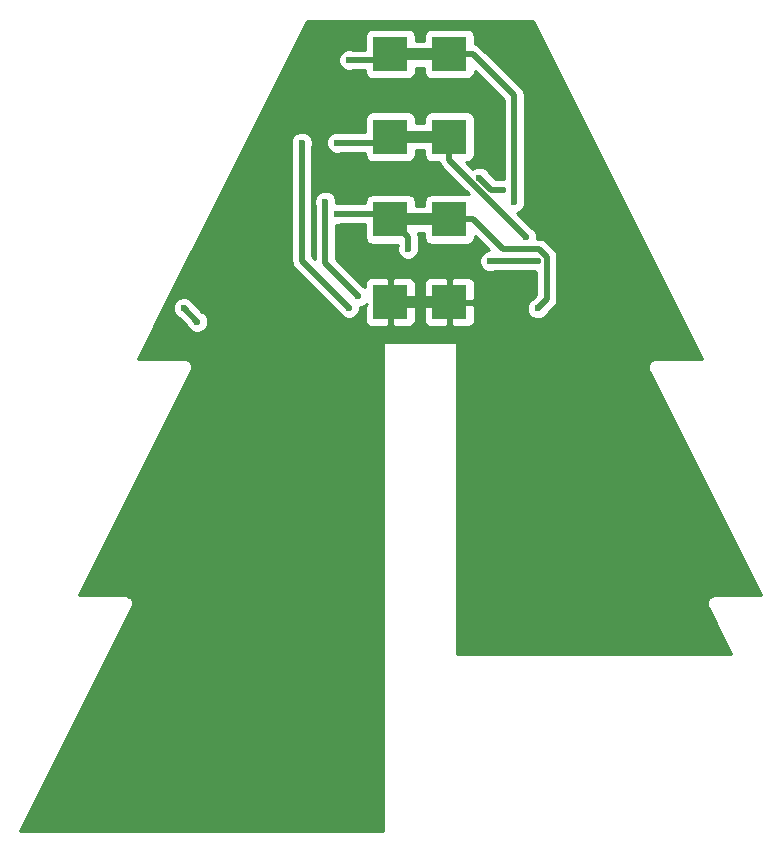
<source format=gbl>
G04 #@! TF.FileFunction,Copper,L2,Bot,Signal*
%FSLAX46Y46*%
G04 Gerber Fmt 4.6, Leading zero omitted, Abs format (unit mm)*
G04 Created by KiCad (PCBNEW 4.0.0-rc1-stable) date 19/10/2016 22:39:26*
%MOMM*%
G01*
G04 APERTURE LIST*
%ADD10C,0.100000*%
%ADD11R,3.000000X3.000000*%
%ADD12C,0.600000*%
%ADD13C,1.000000*%
%ADD14C,0.500000*%
%ADD15C,0.254000*%
G04 APERTURE END LIST*
D10*
D11*
X57500000Y-103500000D03*
X57500000Y-110500000D03*
X57500000Y-117500000D03*
X57500000Y-124500000D03*
X62500000Y-124500000D03*
X62500000Y-117500000D03*
X62500000Y-110500000D03*
X62500000Y-103500000D03*
D12*
X57500000Y-127200000D03*
X62500000Y-127200000D03*
X38600000Y-128600000D03*
X43800000Y-117400000D03*
X33700000Y-148800000D03*
X83700000Y-148200000D03*
X81000000Y-127800000D03*
X74700000Y-115300000D03*
X41142837Y-126142837D03*
X40000000Y-125000000D03*
X50000000Y-111000000D03*
X54000000Y-125000000D03*
X68000000Y-116000000D03*
X54000000Y-104000000D03*
X52000000Y-116000000D03*
X54799989Y-124000000D03*
X69000000Y-119000000D03*
X53000000Y-111000000D03*
X59000000Y-120000000D03*
X69982163Y-125017837D03*
X53000000Y-117000000D03*
X65030337Y-113969663D03*
X67000000Y-115000000D03*
X65950000Y-121030337D03*
X70000000Y-121000000D03*
D13*
X57500000Y-124500000D02*
X62500000Y-124500000D01*
D14*
X40000000Y-125000000D02*
X41142837Y-126142837D01*
X54000000Y-125000000D02*
X50000000Y-121000000D01*
X50000000Y-121000000D02*
X50000000Y-111000000D01*
X68000000Y-116000000D02*
X68000000Y-107000000D01*
X68000000Y-107000000D02*
X64500000Y-103500000D01*
X64500000Y-103500000D02*
X62500000Y-103500000D01*
X54000000Y-104000000D02*
X57000000Y-104000000D01*
X57000000Y-104000000D02*
X57500000Y-103500000D01*
D13*
X57500000Y-103500000D02*
X62500000Y-103500000D01*
D14*
X54799989Y-124000000D02*
X52000000Y-121200011D01*
X52000000Y-121200011D02*
X52000000Y-116000000D01*
X69000000Y-119000000D02*
X62500000Y-112500000D01*
X62500000Y-112500000D02*
X62500000Y-110500000D01*
X53000000Y-111000000D02*
X57000000Y-111000000D01*
X57000000Y-111000000D02*
X57500000Y-110500000D01*
D13*
X57500000Y-110500000D02*
X62500000Y-110500000D01*
D14*
X59000000Y-120000000D02*
X59000000Y-119000000D01*
X59000000Y-119000000D02*
X57500000Y-117500000D01*
X67000000Y-120000000D02*
X64500000Y-117500000D01*
X64500000Y-117500000D02*
X62500000Y-117500000D01*
X70110002Y-120000000D02*
X67000000Y-120000000D01*
X69982163Y-125017837D02*
X70750001Y-124249999D01*
X70750001Y-124249999D02*
X70750001Y-120639999D01*
X70750001Y-120639999D02*
X70110002Y-120000000D01*
X53000000Y-117000000D02*
X57000000Y-117000000D01*
X57000000Y-117000000D02*
X57500000Y-117500000D01*
D13*
X57500000Y-117500000D02*
X62500000Y-117500000D01*
D14*
X67000000Y-115000000D02*
X66060674Y-115000000D01*
X66060674Y-115000000D02*
X65030337Y-113969663D01*
X70000000Y-121000000D02*
X65980337Y-121000000D01*
X65980337Y-121000000D02*
X65950000Y-121030337D01*
D15*
G36*
X83851196Y-129290000D02*
X80000000Y-129290000D01*
X79974977Y-129294977D01*
X79949669Y-129291787D01*
X79839913Y-129321844D01*
X79728295Y-129344046D01*
X79707084Y-129358219D01*
X79682478Y-129364957D01*
X79592578Y-129434729D01*
X79497954Y-129497954D01*
X79483780Y-129519167D01*
X79463628Y-129534807D01*
X79407270Y-129633673D01*
X79344046Y-129728295D01*
X79339069Y-129753314D01*
X79326435Y-129775478D01*
X79312202Y-129888383D01*
X79290000Y-130000000D01*
X79294977Y-130025023D01*
X79291787Y-130050331D01*
X79321844Y-130160087D01*
X79344046Y-130271705D01*
X79358219Y-130292916D01*
X79364957Y-130317522D01*
X88851196Y-149290000D01*
X85000000Y-149290000D01*
X84974977Y-149294977D01*
X84949669Y-149291787D01*
X84839913Y-149321844D01*
X84728295Y-149344046D01*
X84707084Y-149358219D01*
X84682478Y-149364957D01*
X84592578Y-149434729D01*
X84497954Y-149497954D01*
X84483780Y-149519167D01*
X84463628Y-149534807D01*
X84407270Y-149633673D01*
X84344046Y-149728295D01*
X84339069Y-149753314D01*
X84326435Y-149775478D01*
X84312202Y-149888383D01*
X84290000Y-150000000D01*
X84294977Y-150025023D01*
X84291787Y-150050331D01*
X84321844Y-150160087D01*
X84344046Y-150271705D01*
X84358219Y-150292916D01*
X84364957Y-150317522D01*
X86351196Y-154290000D01*
X63127000Y-154290000D01*
X63127000Y-128000000D01*
X63116994Y-127950590D01*
X63088553Y-127908965D01*
X63046159Y-127881685D01*
X63000000Y-127873000D01*
X57000000Y-127873000D01*
X56950590Y-127883006D01*
X56908965Y-127911447D01*
X56881685Y-127953841D01*
X56873000Y-128000000D01*
X56873000Y-169290000D01*
X26148804Y-169290000D01*
X35635043Y-150317521D01*
X35641781Y-150292917D01*
X35655954Y-150271705D01*
X35678157Y-150160086D01*
X35708213Y-150050331D01*
X35705023Y-150025023D01*
X35710000Y-150000000D01*
X35687798Y-149888383D01*
X35673565Y-149775478D01*
X35660931Y-149753314D01*
X35655954Y-149728295D01*
X35592730Y-149633673D01*
X35536372Y-149534807D01*
X35516220Y-149519167D01*
X35502046Y-149497954D01*
X35407428Y-149434733D01*
X35317522Y-149364956D01*
X35292914Y-149358217D01*
X35271705Y-149344046D01*
X35160093Y-149321845D01*
X35050331Y-149291787D01*
X35025022Y-149294977D01*
X35000000Y-149290000D01*
X31148804Y-149290000D01*
X40635043Y-130317521D01*
X40641781Y-130292917D01*
X40655954Y-130271705D01*
X40678157Y-130160086D01*
X40708213Y-130050331D01*
X40705023Y-130025023D01*
X40710000Y-130000000D01*
X40687798Y-129888383D01*
X40673565Y-129775478D01*
X40660931Y-129753314D01*
X40655954Y-129728295D01*
X40592730Y-129633673D01*
X40536372Y-129534807D01*
X40516220Y-129519167D01*
X40502046Y-129497954D01*
X40407428Y-129434733D01*
X40317522Y-129364956D01*
X40292914Y-129358217D01*
X40271705Y-129344046D01*
X40160093Y-129321845D01*
X40050331Y-129291787D01*
X40025022Y-129294977D01*
X40000000Y-129290000D01*
X36148804Y-129290000D01*
X38201220Y-125185167D01*
X39064838Y-125185167D01*
X39206883Y-125528943D01*
X39469673Y-125792192D01*
X39590986Y-125842566D01*
X40300092Y-126551671D01*
X40349720Y-126671780D01*
X40612510Y-126935029D01*
X40956038Y-127077675D01*
X41328004Y-127077999D01*
X41671780Y-126935954D01*
X41935029Y-126673164D01*
X42077675Y-126329636D01*
X42077999Y-125957670D01*
X41935954Y-125613894D01*
X41673164Y-125350645D01*
X41551850Y-125300271D01*
X40842744Y-124591164D01*
X40793117Y-124471057D01*
X40530327Y-124207808D01*
X40186799Y-124065162D01*
X39814833Y-124064838D01*
X39471057Y-124206883D01*
X39207808Y-124469673D01*
X39065162Y-124813201D01*
X39064838Y-125185167D01*
X38201220Y-125185167D01*
X45201220Y-111185167D01*
X49064838Y-111185167D01*
X49115000Y-111306569D01*
X49115000Y-120999995D01*
X49114999Y-121000000D01*
X49158191Y-121217136D01*
X49182367Y-121338675D01*
X49374209Y-121625789D01*
X49374210Y-121625790D01*
X53157255Y-125408834D01*
X53206883Y-125528943D01*
X53469673Y-125792192D01*
X53813201Y-125934838D01*
X54185167Y-125935162D01*
X54528943Y-125793117D01*
X54792192Y-125530327D01*
X54934838Y-125186799D01*
X54935057Y-124935118D01*
X54985156Y-124935162D01*
X55328932Y-124793117D01*
X55495337Y-124627002D01*
X55523748Y-124627002D01*
X55365000Y-124785750D01*
X55365000Y-126126310D01*
X55461673Y-126359699D01*
X55640302Y-126538327D01*
X55873691Y-126635000D01*
X57214250Y-126635000D01*
X57373000Y-126476250D01*
X57373000Y-124627000D01*
X57627000Y-124627000D01*
X57627000Y-126476250D01*
X57785750Y-126635000D01*
X59126309Y-126635000D01*
X59359698Y-126538327D01*
X59538327Y-126359699D01*
X59635000Y-126126310D01*
X59635000Y-124785750D01*
X60365000Y-124785750D01*
X60365000Y-126126310D01*
X60461673Y-126359699D01*
X60640302Y-126538327D01*
X60873691Y-126635000D01*
X62214250Y-126635000D01*
X62373000Y-126476250D01*
X62373000Y-124627000D01*
X62627000Y-124627000D01*
X62627000Y-126476250D01*
X62785750Y-126635000D01*
X64126309Y-126635000D01*
X64359698Y-126538327D01*
X64538327Y-126359699D01*
X64635000Y-126126310D01*
X64635000Y-124785750D01*
X64476250Y-124627000D01*
X62627000Y-124627000D01*
X62373000Y-124627000D01*
X60523750Y-124627000D01*
X60365000Y-124785750D01*
X59635000Y-124785750D01*
X59476250Y-124627000D01*
X57627000Y-124627000D01*
X57373000Y-124627000D01*
X57353000Y-124627000D01*
X57353000Y-124373000D01*
X57373000Y-124373000D01*
X57373000Y-122523750D01*
X57627000Y-122523750D01*
X57627000Y-124373000D01*
X59476250Y-124373000D01*
X59635000Y-124214250D01*
X59635000Y-122873690D01*
X60365000Y-122873690D01*
X60365000Y-124214250D01*
X60523750Y-124373000D01*
X62373000Y-124373000D01*
X62373000Y-122523750D01*
X62627000Y-122523750D01*
X62627000Y-124373000D01*
X64476250Y-124373000D01*
X64635000Y-124214250D01*
X64635000Y-122873690D01*
X64538327Y-122640301D01*
X64359698Y-122461673D01*
X64126309Y-122365000D01*
X62785750Y-122365000D01*
X62627000Y-122523750D01*
X62373000Y-122523750D01*
X62214250Y-122365000D01*
X60873691Y-122365000D01*
X60640302Y-122461673D01*
X60461673Y-122640301D01*
X60365000Y-122873690D01*
X59635000Y-122873690D01*
X59538327Y-122640301D01*
X59359698Y-122461673D01*
X59126309Y-122365000D01*
X57785750Y-122365000D01*
X57627000Y-122523750D01*
X57373000Y-122523750D01*
X57214250Y-122365000D01*
X55873691Y-122365000D01*
X55640302Y-122461673D01*
X55461673Y-122640301D01*
X55365000Y-122873690D01*
X55365000Y-123242553D01*
X55330316Y-123207808D01*
X55209002Y-123157434D01*
X52885000Y-120833431D01*
X52885000Y-117934901D01*
X53185167Y-117935162D01*
X53306569Y-117885000D01*
X55352560Y-117885000D01*
X55352560Y-119000000D01*
X55396838Y-119235317D01*
X55535910Y-119451441D01*
X55748110Y-119596431D01*
X56000000Y-119647440D01*
X58115000Y-119647440D01*
X58115000Y-119693178D01*
X58065162Y-119813201D01*
X58064838Y-120185167D01*
X58206883Y-120528943D01*
X58469673Y-120792192D01*
X58813201Y-120934838D01*
X59185167Y-120935162D01*
X59528943Y-120793117D01*
X59792192Y-120530327D01*
X59934838Y-120186799D01*
X59935162Y-119814833D01*
X59885000Y-119693431D01*
X59885000Y-119000000D01*
X59817633Y-118661325D01*
X59800043Y-118635000D01*
X60352560Y-118635000D01*
X60352560Y-119000000D01*
X60396838Y-119235317D01*
X60535910Y-119451441D01*
X60748110Y-119596431D01*
X61000000Y-119647440D01*
X64000000Y-119647440D01*
X64235317Y-119603162D01*
X64451441Y-119464090D01*
X64596431Y-119251890D01*
X64647440Y-119000000D01*
X64647440Y-118899020D01*
X65843664Y-120095244D01*
X65764833Y-120095175D01*
X65421057Y-120237220D01*
X65157808Y-120500010D01*
X65015162Y-120843538D01*
X65014838Y-121215504D01*
X65156883Y-121559280D01*
X65419673Y-121822529D01*
X65763201Y-121965175D01*
X66135167Y-121965499D01*
X66329990Y-121885000D01*
X69693178Y-121885000D01*
X69813201Y-121934838D01*
X69865001Y-121934883D01*
X69865001Y-123883420D01*
X69573328Y-124175093D01*
X69453220Y-124224720D01*
X69189971Y-124487510D01*
X69047325Y-124831038D01*
X69047001Y-125203004D01*
X69189046Y-125546780D01*
X69451836Y-125810029D01*
X69795364Y-125952675D01*
X70167330Y-125952999D01*
X70511106Y-125810954D01*
X70774355Y-125548164D01*
X70824729Y-125426851D01*
X71375788Y-124875791D01*
X71375791Y-124875789D01*
X71567634Y-124588674D01*
X71610294Y-124374210D01*
X71635002Y-124249999D01*
X71635001Y-124249994D01*
X71635001Y-120640004D01*
X71635002Y-120639999D01*
X71567634Y-120301324D01*
X71491111Y-120186799D01*
X71375791Y-120014209D01*
X71375788Y-120014207D01*
X70735792Y-119374210D01*
X70682608Y-119338674D01*
X70448677Y-119182367D01*
X70392486Y-119171190D01*
X70110002Y-119114999D01*
X70109997Y-119115000D01*
X69934901Y-119115000D01*
X69935162Y-118814833D01*
X69793117Y-118471057D01*
X69530327Y-118207808D01*
X69409013Y-118157434D01*
X68186281Y-116934702D01*
X68528943Y-116793117D01*
X68792192Y-116530327D01*
X68934838Y-116186799D01*
X68935162Y-115814833D01*
X68885000Y-115693431D01*
X68885000Y-107000000D01*
X68817633Y-106661325D01*
X68625790Y-106374210D01*
X68625787Y-106374208D01*
X65125790Y-102874210D01*
X64861224Y-102697434D01*
X64838675Y-102682367D01*
X64782484Y-102671190D01*
X64647440Y-102644327D01*
X64647440Y-102000000D01*
X64603162Y-101764683D01*
X64464090Y-101548559D01*
X64251890Y-101403569D01*
X64000000Y-101352560D01*
X61000000Y-101352560D01*
X60764683Y-101396838D01*
X60548559Y-101535910D01*
X60403569Y-101748110D01*
X60352560Y-102000000D01*
X60352560Y-102365000D01*
X59647440Y-102365000D01*
X59647440Y-102000000D01*
X59603162Y-101764683D01*
X59464090Y-101548559D01*
X59251890Y-101403569D01*
X59000000Y-101352560D01*
X56000000Y-101352560D01*
X55764683Y-101396838D01*
X55548559Y-101535910D01*
X55403569Y-101748110D01*
X55352560Y-102000000D01*
X55352560Y-103115000D01*
X54306822Y-103115000D01*
X54186799Y-103065162D01*
X53814833Y-103064838D01*
X53471057Y-103206883D01*
X53207808Y-103469673D01*
X53065162Y-103813201D01*
X53064838Y-104185167D01*
X53206883Y-104528943D01*
X53469673Y-104792192D01*
X53813201Y-104934838D01*
X54185167Y-104935162D01*
X54306569Y-104885000D01*
X55352560Y-104885000D01*
X55352560Y-105000000D01*
X55396838Y-105235317D01*
X55535910Y-105451441D01*
X55748110Y-105596431D01*
X56000000Y-105647440D01*
X59000000Y-105647440D01*
X59235317Y-105603162D01*
X59451441Y-105464090D01*
X59596431Y-105251890D01*
X59647440Y-105000000D01*
X59647440Y-104635000D01*
X60352560Y-104635000D01*
X60352560Y-105000000D01*
X60396838Y-105235317D01*
X60535910Y-105451441D01*
X60748110Y-105596431D01*
X61000000Y-105647440D01*
X64000000Y-105647440D01*
X64235317Y-105603162D01*
X64451441Y-105464090D01*
X64596431Y-105251890D01*
X64647440Y-105000000D01*
X64647440Y-104899020D01*
X67115000Y-107366579D01*
X67115000Y-114065099D01*
X66814833Y-114064838D01*
X66693431Y-114115000D01*
X66427253Y-114115000D01*
X65873081Y-113560827D01*
X65823454Y-113440720D01*
X65560664Y-113177471D01*
X65217136Y-113034825D01*
X64845170Y-113034501D01*
X64501394Y-113176546D01*
X64464728Y-113213148D01*
X63899020Y-112647440D01*
X64000000Y-112647440D01*
X64235317Y-112603162D01*
X64451441Y-112464090D01*
X64596431Y-112251890D01*
X64647440Y-112000000D01*
X64647440Y-109000000D01*
X64603162Y-108764683D01*
X64464090Y-108548559D01*
X64251890Y-108403569D01*
X64000000Y-108352560D01*
X61000000Y-108352560D01*
X60764683Y-108396838D01*
X60548559Y-108535910D01*
X60403569Y-108748110D01*
X60352560Y-109000000D01*
X60352560Y-109365000D01*
X59647440Y-109365000D01*
X59647440Y-109000000D01*
X59603162Y-108764683D01*
X59464090Y-108548559D01*
X59251890Y-108403569D01*
X59000000Y-108352560D01*
X56000000Y-108352560D01*
X55764683Y-108396838D01*
X55548559Y-108535910D01*
X55403569Y-108748110D01*
X55352560Y-109000000D01*
X55352560Y-110115000D01*
X53306822Y-110115000D01*
X53186799Y-110065162D01*
X52814833Y-110064838D01*
X52471057Y-110206883D01*
X52207808Y-110469673D01*
X52065162Y-110813201D01*
X52064838Y-111185167D01*
X52206883Y-111528943D01*
X52469673Y-111792192D01*
X52813201Y-111934838D01*
X53185167Y-111935162D01*
X53306569Y-111885000D01*
X55352560Y-111885000D01*
X55352560Y-112000000D01*
X55396838Y-112235317D01*
X55535910Y-112451441D01*
X55748110Y-112596431D01*
X56000000Y-112647440D01*
X59000000Y-112647440D01*
X59235317Y-112603162D01*
X59451441Y-112464090D01*
X59596431Y-112251890D01*
X59647440Y-112000000D01*
X59647440Y-111635000D01*
X60352560Y-111635000D01*
X60352560Y-112000000D01*
X60396838Y-112235317D01*
X60535910Y-112451441D01*
X60748110Y-112596431D01*
X61000000Y-112647440D01*
X61644327Y-112647440D01*
X61671190Y-112782484D01*
X61682367Y-112838675D01*
X61846729Y-113084662D01*
X61874210Y-113125790D01*
X64126622Y-115378202D01*
X64000000Y-115352560D01*
X61000000Y-115352560D01*
X60764683Y-115396838D01*
X60548559Y-115535910D01*
X60403569Y-115748110D01*
X60352560Y-116000000D01*
X60352560Y-116365000D01*
X59647440Y-116365000D01*
X59647440Y-116000000D01*
X59603162Y-115764683D01*
X59464090Y-115548559D01*
X59251890Y-115403569D01*
X59000000Y-115352560D01*
X56000000Y-115352560D01*
X55764683Y-115396838D01*
X55548559Y-115535910D01*
X55403569Y-115748110D01*
X55352560Y-116000000D01*
X55352560Y-116115000D01*
X53306822Y-116115000D01*
X53186799Y-116065162D01*
X52934944Y-116064943D01*
X52935162Y-115814833D01*
X52793117Y-115471057D01*
X52530327Y-115207808D01*
X52186799Y-115065162D01*
X51814833Y-115064838D01*
X51471057Y-115206883D01*
X51207808Y-115469673D01*
X51065162Y-115813201D01*
X51064838Y-116185167D01*
X51115000Y-116306569D01*
X51115000Y-120863420D01*
X50885000Y-120633420D01*
X50885000Y-111306822D01*
X50934838Y-111186799D01*
X50935162Y-110814833D01*
X50793117Y-110471057D01*
X50530327Y-110207808D01*
X50186799Y-110065162D01*
X49814833Y-110064838D01*
X49471057Y-110206883D01*
X49207808Y-110469673D01*
X49065162Y-110813201D01*
X49064838Y-111185167D01*
X45201220Y-111185167D01*
X50438804Y-100710000D01*
X69561196Y-100710000D01*
X83851196Y-129290000D01*
X83851196Y-129290000D01*
G37*
X83851196Y-129290000D02*
X80000000Y-129290000D01*
X79974977Y-129294977D01*
X79949669Y-129291787D01*
X79839913Y-129321844D01*
X79728295Y-129344046D01*
X79707084Y-129358219D01*
X79682478Y-129364957D01*
X79592578Y-129434729D01*
X79497954Y-129497954D01*
X79483780Y-129519167D01*
X79463628Y-129534807D01*
X79407270Y-129633673D01*
X79344046Y-129728295D01*
X79339069Y-129753314D01*
X79326435Y-129775478D01*
X79312202Y-129888383D01*
X79290000Y-130000000D01*
X79294977Y-130025023D01*
X79291787Y-130050331D01*
X79321844Y-130160087D01*
X79344046Y-130271705D01*
X79358219Y-130292916D01*
X79364957Y-130317522D01*
X88851196Y-149290000D01*
X85000000Y-149290000D01*
X84974977Y-149294977D01*
X84949669Y-149291787D01*
X84839913Y-149321844D01*
X84728295Y-149344046D01*
X84707084Y-149358219D01*
X84682478Y-149364957D01*
X84592578Y-149434729D01*
X84497954Y-149497954D01*
X84483780Y-149519167D01*
X84463628Y-149534807D01*
X84407270Y-149633673D01*
X84344046Y-149728295D01*
X84339069Y-149753314D01*
X84326435Y-149775478D01*
X84312202Y-149888383D01*
X84290000Y-150000000D01*
X84294977Y-150025023D01*
X84291787Y-150050331D01*
X84321844Y-150160087D01*
X84344046Y-150271705D01*
X84358219Y-150292916D01*
X84364957Y-150317522D01*
X86351196Y-154290000D01*
X63127000Y-154290000D01*
X63127000Y-128000000D01*
X63116994Y-127950590D01*
X63088553Y-127908965D01*
X63046159Y-127881685D01*
X63000000Y-127873000D01*
X57000000Y-127873000D01*
X56950590Y-127883006D01*
X56908965Y-127911447D01*
X56881685Y-127953841D01*
X56873000Y-128000000D01*
X56873000Y-169290000D01*
X26148804Y-169290000D01*
X35635043Y-150317521D01*
X35641781Y-150292917D01*
X35655954Y-150271705D01*
X35678157Y-150160086D01*
X35708213Y-150050331D01*
X35705023Y-150025023D01*
X35710000Y-150000000D01*
X35687798Y-149888383D01*
X35673565Y-149775478D01*
X35660931Y-149753314D01*
X35655954Y-149728295D01*
X35592730Y-149633673D01*
X35536372Y-149534807D01*
X35516220Y-149519167D01*
X35502046Y-149497954D01*
X35407428Y-149434733D01*
X35317522Y-149364956D01*
X35292914Y-149358217D01*
X35271705Y-149344046D01*
X35160093Y-149321845D01*
X35050331Y-149291787D01*
X35025022Y-149294977D01*
X35000000Y-149290000D01*
X31148804Y-149290000D01*
X40635043Y-130317521D01*
X40641781Y-130292917D01*
X40655954Y-130271705D01*
X40678157Y-130160086D01*
X40708213Y-130050331D01*
X40705023Y-130025023D01*
X40710000Y-130000000D01*
X40687798Y-129888383D01*
X40673565Y-129775478D01*
X40660931Y-129753314D01*
X40655954Y-129728295D01*
X40592730Y-129633673D01*
X40536372Y-129534807D01*
X40516220Y-129519167D01*
X40502046Y-129497954D01*
X40407428Y-129434733D01*
X40317522Y-129364956D01*
X40292914Y-129358217D01*
X40271705Y-129344046D01*
X40160093Y-129321845D01*
X40050331Y-129291787D01*
X40025022Y-129294977D01*
X40000000Y-129290000D01*
X36148804Y-129290000D01*
X38201220Y-125185167D01*
X39064838Y-125185167D01*
X39206883Y-125528943D01*
X39469673Y-125792192D01*
X39590986Y-125842566D01*
X40300092Y-126551671D01*
X40349720Y-126671780D01*
X40612510Y-126935029D01*
X40956038Y-127077675D01*
X41328004Y-127077999D01*
X41671780Y-126935954D01*
X41935029Y-126673164D01*
X42077675Y-126329636D01*
X42077999Y-125957670D01*
X41935954Y-125613894D01*
X41673164Y-125350645D01*
X41551850Y-125300271D01*
X40842744Y-124591164D01*
X40793117Y-124471057D01*
X40530327Y-124207808D01*
X40186799Y-124065162D01*
X39814833Y-124064838D01*
X39471057Y-124206883D01*
X39207808Y-124469673D01*
X39065162Y-124813201D01*
X39064838Y-125185167D01*
X38201220Y-125185167D01*
X45201220Y-111185167D01*
X49064838Y-111185167D01*
X49115000Y-111306569D01*
X49115000Y-120999995D01*
X49114999Y-121000000D01*
X49158191Y-121217136D01*
X49182367Y-121338675D01*
X49374209Y-121625789D01*
X49374210Y-121625790D01*
X53157255Y-125408834D01*
X53206883Y-125528943D01*
X53469673Y-125792192D01*
X53813201Y-125934838D01*
X54185167Y-125935162D01*
X54528943Y-125793117D01*
X54792192Y-125530327D01*
X54934838Y-125186799D01*
X54935057Y-124935118D01*
X54985156Y-124935162D01*
X55328932Y-124793117D01*
X55495337Y-124627002D01*
X55523748Y-124627002D01*
X55365000Y-124785750D01*
X55365000Y-126126310D01*
X55461673Y-126359699D01*
X55640302Y-126538327D01*
X55873691Y-126635000D01*
X57214250Y-126635000D01*
X57373000Y-126476250D01*
X57373000Y-124627000D01*
X57627000Y-124627000D01*
X57627000Y-126476250D01*
X57785750Y-126635000D01*
X59126309Y-126635000D01*
X59359698Y-126538327D01*
X59538327Y-126359699D01*
X59635000Y-126126310D01*
X59635000Y-124785750D01*
X60365000Y-124785750D01*
X60365000Y-126126310D01*
X60461673Y-126359699D01*
X60640302Y-126538327D01*
X60873691Y-126635000D01*
X62214250Y-126635000D01*
X62373000Y-126476250D01*
X62373000Y-124627000D01*
X62627000Y-124627000D01*
X62627000Y-126476250D01*
X62785750Y-126635000D01*
X64126309Y-126635000D01*
X64359698Y-126538327D01*
X64538327Y-126359699D01*
X64635000Y-126126310D01*
X64635000Y-124785750D01*
X64476250Y-124627000D01*
X62627000Y-124627000D01*
X62373000Y-124627000D01*
X60523750Y-124627000D01*
X60365000Y-124785750D01*
X59635000Y-124785750D01*
X59476250Y-124627000D01*
X57627000Y-124627000D01*
X57373000Y-124627000D01*
X57353000Y-124627000D01*
X57353000Y-124373000D01*
X57373000Y-124373000D01*
X57373000Y-122523750D01*
X57627000Y-122523750D01*
X57627000Y-124373000D01*
X59476250Y-124373000D01*
X59635000Y-124214250D01*
X59635000Y-122873690D01*
X60365000Y-122873690D01*
X60365000Y-124214250D01*
X60523750Y-124373000D01*
X62373000Y-124373000D01*
X62373000Y-122523750D01*
X62627000Y-122523750D01*
X62627000Y-124373000D01*
X64476250Y-124373000D01*
X64635000Y-124214250D01*
X64635000Y-122873690D01*
X64538327Y-122640301D01*
X64359698Y-122461673D01*
X64126309Y-122365000D01*
X62785750Y-122365000D01*
X62627000Y-122523750D01*
X62373000Y-122523750D01*
X62214250Y-122365000D01*
X60873691Y-122365000D01*
X60640302Y-122461673D01*
X60461673Y-122640301D01*
X60365000Y-122873690D01*
X59635000Y-122873690D01*
X59538327Y-122640301D01*
X59359698Y-122461673D01*
X59126309Y-122365000D01*
X57785750Y-122365000D01*
X57627000Y-122523750D01*
X57373000Y-122523750D01*
X57214250Y-122365000D01*
X55873691Y-122365000D01*
X55640302Y-122461673D01*
X55461673Y-122640301D01*
X55365000Y-122873690D01*
X55365000Y-123242553D01*
X55330316Y-123207808D01*
X55209002Y-123157434D01*
X52885000Y-120833431D01*
X52885000Y-117934901D01*
X53185167Y-117935162D01*
X53306569Y-117885000D01*
X55352560Y-117885000D01*
X55352560Y-119000000D01*
X55396838Y-119235317D01*
X55535910Y-119451441D01*
X55748110Y-119596431D01*
X56000000Y-119647440D01*
X58115000Y-119647440D01*
X58115000Y-119693178D01*
X58065162Y-119813201D01*
X58064838Y-120185167D01*
X58206883Y-120528943D01*
X58469673Y-120792192D01*
X58813201Y-120934838D01*
X59185167Y-120935162D01*
X59528943Y-120793117D01*
X59792192Y-120530327D01*
X59934838Y-120186799D01*
X59935162Y-119814833D01*
X59885000Y-119693431D01*
X59885000Y-119000000D01*
X59817633Y-118661325D01*
X59800043Y-118635000D01*
X60352560Y-118635000D01*
X60352560Y-119000000D01*
X60396838Y-119235317D01*
X60535910Y-119451441D01*
X60748110Y-119596431D01*
X61000000Y-119647440D01*
X64000000Y-119647440D01*
X64235317Y-119603162D01*
X64451441Y-119464090D01*
X64596431Y-119251890D01*
X64647440Y-119000000D01*
X64647440Y-118899020D01*
X65843664Y-120095244D01*
X65764833Y-120095175D01*
X65421057Y-120237220D01*
X65157808Y-120500010D01*
X65015162Y-120843538D01*
X65014838Y-121215504D01*
X65156883Y-121559280D01*
X65419673Y-121822529D01*
X65763201Y-121965175D01*
X66135167Y-121965499D01*
X66329990Y-121885000D01*
X69693178Y-121885000D01*
X69813201Y-121934838D01*
X69865001Y-121934883D01*
X69865001Y-123883420D01*
X69573328Y-124175093D01*
X69453220Y-124224720D01*
X69189971Y-124487510D01*
X69047325Y-124831038D01*
X69047001Y-125203004D01*
X69189046Y-125546780D01*
X69451836Y-125810029D01*
X69795364Y-125952675D01*
X70167330Y-125952999D01*
X70511106Y-125810954D01*
X70774355Y-125548164D01*
X70824729Y-125426851D01*
X71375788Y-124875791D01*
X71375791Y-124875789D01*
X71567634Y-124588674D01*
X71610294Y-124374210D01*
X71635002Y-124249999D01*
X71635001Y-124249994D01*
X71635001Y-120640004D01*
X71635002Y-120639999D01*
X71567634Y-120301324D01*
X71491111Y-120186799D01*
X71375791Y-120014209D01*
X71375788Y-120014207D01*
X70735792Y-119374210D01*
X70682608Y-119338674D01*
X70448677Y-119182367D01*
X70392486Y-119171190D01*
X70110002Y-119114999D01*
X70109997Y-119115000D01*
X69934901Y-119115000D01*
X69935162Y-118814833D01*
X69793117Y-118471057D01*
X69530327Y-118207808D01*
X69409013Y-118157434D01*
X68186281Y-116934702D01*
X68528943Y-116793117D01*
X68792192Y-116530327D01*
X68934838Y-116186799D01*
X68935162Y-115814833D01*
X68885000Y-115693431D01*
X68885000Y-107000000D01*
X68817633Y-106661325D01*
X68625790Y-106374210D01*
X68625787Y-106374208D01*
X65125790Y-102874210D01*
X64861224Y-102697434D01*
X64838675Y-102682367D01*
X64782484Y-102671190D01*
X64647440Y-102644327D01*
X64647440Y-102000000D01*
X64603162Y-101764683D01*
X64464090Y-101548559D01*
X64251890Y-101403569D01*
X64000000Y-101352560D01*
X61000000Y-101352560D01*
X60764683Y-101396838D01*
X60548559Y-101535910D01*
X60403569Y-101748110D01*
X60352560Y-102000000D01*
X60352560Y-102365000D01*
X59647440Y-102365000D01*
X59647440Y-102000000D01*
X59603162Y-101764683D01*
X59464090Y-101548559D01*
X59251890Y-101403569D01*
X59000000Y-101352560D01*
X56000000Y-101352560D01*
X55764683Y-101396838D01*
X55548559Y-101535910D01*
X55403569Y-101748110D01*
X55352560Y-102000000D01*
X55352560Y-103115000D01*
X54306822Y-103115000D01*
X54186799Y-103065162D01*
X53814833Y-103064838D01*
X53471057Y-103206883D01*
X53207808Y-103469673D01*
X53065162Y-103813201D01*
X53064838Y-104185167D01*
X53206883Y-104528943D01*
X53469673Y-104792192D01*
X53813201Y-104934838D01*
X54185167Y-104935162D01*
X54306569Y-104885000D01*
X55352560Y-104885000D01*
X55352560Y-105000000D01*
X55396838Y-105235317D01*
X55535910Y-105451441D01*
X55748110Y-105596431D01*
X56000000Y-105647440D01*
X59000000Y-105647440D01*
X59235317Y-105603162D01*
X59451441Y-105464090D01*
X59596431Y-105251890D01*
X59647440Y-105000000D01*
X59647440Y-104635000D01*
X60352560Y-104635000D01*
X60352560Y-105000000D01*
X60396838Y-105235317D01*
X60535910Y-105451441D01*
X60748110Y-105596431D01*
X61000000Y-105647440D01*
X64000000Y-105647440D01*
X64235317Y-105603162D01*
X64451441Y-105464090D01*
X64596431Y-105251890D01*
X64647440Y-105000000D01*
X64647440Y-104899020D01*
X67115000Y-107366579D01*
X67115000Y-114065099D01*
X66814833Y-114064838D01*
X66693431Y-114115000D01*
X66427253Y-114115000D01*
X65873081Y-113560827D01*
X65823454Y-113440720D01*
X65560664Y-113177471D01*
X65217136Y-113034825D01*
X64845170Y-113034501D01*
X64501394Y-113176546D01*
X64464728Y-113213148D01*
X63899020Y-112647440D01*
X64000000Y-112647440D01*
X64235317Y-112603162D01*
X64451441Y-112464090D01*
X64596431Y-112251890D01*
X64647440Y-112000000D01*
X64647440Y-109000000D01*
X64603162Y-108764683D01*
X64464090Y-108548559D01*
X64251890Y-108403569D01*
X64000000Y-108352560D01*
X61000000Y-108352560D01*
X60764683Y-108396838D01*
X60548559Y-108535910D01*
X60403569Y-108748110D01*
X60352560Y-109000000D01*
X60352560Y-109365000D01*
X59647440Y-109365000D01*
X59647440Y-109000000D01*
X59603162Y-108764683D01*
X59464090Y-108548559D01*
X59251890Y-108403569D01*
X59000000Y-108352560D01*
X56000000Y-108352560D01*
X55764683Y-108396838D01*
X55548559Y-108535910D01*
X55403569Y-108748110D01*
X55352560Y-109000000D01*
X55352560Y-110115000D01*
X53306822Y-110115000D01*
X53186799Y-110065162D01*
X52814833Y-110064838D01*
X52471057Y-110206883D01*
X52207808Y-110469673D01*
X52065162Y-110813201D01*
X52064838Y-111185167D01*
X52206883Y-111528943D01*
X52469673Y-111792192D01*
X52813201Y-111934838D01*
X53185167Y-111935162D01*
X53306569Y-111885000D01*
X55352560Y-111885000D01*
X55352560Y-112000000D01*
X55396838Y-112235317D01*
X55535910Y-112451441D01*
X55748110Y-112596431D01*
X56000000Y-112647440D01*
X59000000Y-112647440D01*
X59235317Y-112603162D01*
X59451441Y-112464090D01*
X59596431Y-112251890D01*
X59647440Y-112000000D01*
X59647440Y-111635000D01*
X60352560Y-111635000D01*
X60352560Y-112000000D01*
X60396838Y-112235317D01*
X60535910Y-112451441D01*
X60748110Y-112596431D01*
X61000000Y-112647440D01*
X61644327Y-112647440D01*
X61671190Y-112782484D01*
X61682367Y-112838675D01*
X61846729Y-113084662D01*
X61874210Y-113125790D01*
X64126622Y-115378202D01*
X64000000Y-115352560D01*
X61000000Y-115352560D01*
X60764683Y-115396838D01*
X60548559Y-115535910D01*
X60403569Y-115748110D01*
X60352560Y-116000000D01*
X60352560Y-116365000D01*
X59647440Y-116365000D01*
X59647440Y-116000000D01*
X59603162Y-115764683D01*
X59464090Y-115548559D01*
X59251890Y-115403569D01*
X59000000Y-115352560D01*
X56000000Y-115352560D01*
X55764683Y-115396838D01*
X55548559Y-115535910D01*
X55403569Y-115748110D01*
X55352560Y-116000000D01*
X55352560Y-116115000D01*
X53306822Y-116115000D01*
X53186799Y-116065162D01*
X52934944Y-116064943D01*
X52935162Y-115814833D01*
X52793117Y-115471057D01*
X52530327Y-115207808D01*
X52186799Y-115065162D01*
X51814833Y-115064838D01*
X51471057Y-115206883D01*
X51207808Y-115469673D01*
X51065162Y-115813201D01*
X51064838Y-116185167D01*
X51115000Y-116306569D01*
X51115000Y-120863420D01*
X50885000Y-120633420D01*
X50885000Y-111306822D01*
X50934838Y-111186799D01*
X50935162Y-110814833D01*
X50793117Y-110471057D01*
X50530327Y-110207808D01*
X50186799Y-110065162D01*
X49814833Y-110064838D01*
X49471057Y-110206883D01*
X49207808Y-110469673D01*
X49065162Y-110813201D01*
X49064838Y-111185167D01*
X45201220Y-111185167D01*
X50438804Y-100710000D01*
X69561196Y-100710000D01*
X83851196Y-129290000D01*
M02*

</source>
